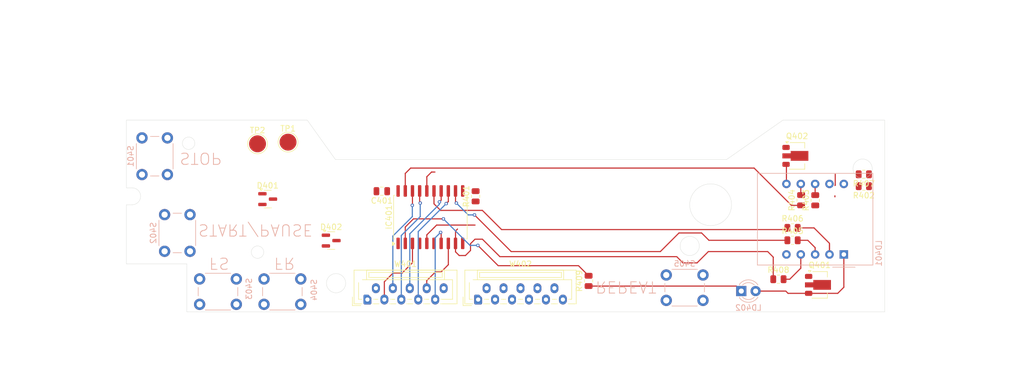
<source format=kicad_pcb>
(kicad_pcb (version 20240108) (generator "pcbnew") (generator_version "8.0")
  (title_block (title "FRONT PWB") (date "2024-04-28") (rev "0.1") (company "CDR-30 Replica board project"))
  (layers (0 "F.Cu" signal) (31 "B.Cu" signal) (34 "B.Paste" user) (35 "F.Paste" user) (36 "B.SilkS" user "B.Silkscreen") (37 "F.SilkS" user "F.Silkscreen") (38 "B.Mask" user) (39 "F.Mask" user) (44 "Edge.Cuts" user))
  (net 0 "")
  (net 1 "GND")
  (net 2 "+5V")
  (net 3 "/TR401_B")
  (net 4 "Net-(D401-K-Pad1)")
  (net 5 "Net-(D401-K-Pad2)")
  (net 6 "Net-(D402-K)")
  (net 7 "Net-(W402-Pin_6)")
  (net 8 "/D0")
  (net 9 "/Q5")
  (net 10 "/D6")
  (net 11 "/D2")
  (net 12 "/Q3")
  (net 13 "/Q4")
  (net 14 "/D1")
  (net 15 "/DISP_LATCH")
  (net 16 "/D3")
  (net 17 "/~{Mr}")
  (net 18 "/D5")
  (net 19 "/D7")
  (net 20 "/Q6")
  (net 21 "/Q2")
  (net 22 "/Q7")
  (net 23 "/Q0")
  (net 24 "/D4")
  (net 25 "/Q1")
  (net 26 "/d")
  (net 27 "/CA_D2")
  (net 28 "/g")
  (net 30 "/e")
  (net 31 "/c")
  (net 32 "/b")
  (net 33 "/CA_D1")
  (net 34 "/f")
  (net 35 "/a")
  (net 36 "/TR402_B")
  (net 37 "Net-(LD402-K)")
  (net 38 "/SPL_MOTOR_BLACK")
  (net 39 "/SPL_MOTOR_RED")
  (net 40 "/STOP")
  (net 41 "/PLAY_PAUSE")
  (net 42 "/FS_RS")
  (net 43 "/REPEAT")
  (footprint "TestPoint:TestPoint_Pad_D3.0mm" (layer "F.Cu") (at 103.2 64.2)
    (property "Reference" "TP2" (at 0 -2.398 0) (layer "F.SilkS"))
    (property "Value" "TestPoint")
    (fp_circle (center 0 0) (end 0 1.75) (stroke (width 0.12)) (fill none) (layer "F.SilkS"))
    (pad "1" smd circle (at 0 0) (size 3 3) (layers "F.Cu" "F.Mask") (net 39 "/SPL_MOTOR_RED"))
  )
  (footprint "Resistor_SMD:R_0805_2012Metric" (layer "F.Cu") (at 197.9 79.1)
    (property "Reference" "R406" (at 0 -1.65 0) (layer "F.SilkS"))
    (property "Value" "120")
    (fp_line (start -0.227064 -0.735) (end 0.227064 -0.735) (stroke (width 0.12)) (layer "F.SilkS"))
    (fp_line (start -0.227064 0.735) (end 0.227064 0.735) (stroke (width 0.12)) (layer "F.SilkS"))
    (pad "1" smd roundrect (at -0.9125 0) (size 1.025 1.4) (layers "F.Cu" "F.Paste" "F.Mask") (roundrect_rratio 0.243902) (net 9 "/Q5"))
    (pad "2" smd roundrect (at 0.9125 0) (size 1.025 1.4) (layers "F.Cu" "F.Paste" "F.Mask") (roundrect_rratio 0.243902) (net 30 "/e"))
  )
  (footprint "TestPoint:TestPoint_Pad_D3.0mm" (layer "F.Cu") (at 108.6 63.9)
    (property "Reference" "TP1" (at 0 -2.398 0) (layer "F.SilkS"))
    (property "Value" "TestPoint")
    (fp_circle (center 0 0) (end 0 1.75) (stroke (width 0.12)) (fill none) (layer "F.SilkS"))
    (pad "1" smd circle (at 0 0) (size 3 3) (layers "F.Cu" "F.Mask") (net 38 "/SPL_MOTOR_BLACK"))
  )
  (footprint "Connector_JST:JST_ZE_B11B-ZESK-1D_1x11_P1.50mm_Vertical" (layer "F.Cu") (at 142.25 91.8)
    (property "Reference" "W402" (at 7.5 -6.3 0) (layer "F.SilkS"))
    (property "Value" "Conn_01x11")
    (fp_line (start -2.66 -0.44) (end -2.66 1.06) (stroke (width 0.12)) (layer "F.SilkS"))
    (fp_line (start -2.66 1.06) (end -1.16 1.06) (stroke (width 0.12)) (layer "F.SilkS"))
    (fp_line (start -2.36 -5.21) (end 17.36 -5.21) (stroke (width 0.12)) (layer "F.SilkS"))
    (fp_line (start -2.36 0.76) (end -2.36 -5.21) (stroke (width 0.12)) (layer "F.SilkS"))
    (fp_line (start -1.56 -3) (end -1.56 -0.04) (stroke (width 0.12)) (layer "F.SilkS"))
    (fp_line (start -1.56 -0.04) (end -1 -0.04) (stroke (width 0.12)) (layer "F.SilkS"))
    (fp_line (start -0.96 0.76) (end -2.36 0.76) (stroke (width 0.12)) (layer "F.SilkS"))
    (fp_line (start -0.14 -5.21) (end -0.14 -3.51) (stroke (width 0.12)) (layer "F.SilkS"))
    (fp_line (start -0.14 -3.51) (end -0.9 -3.51) (stroke (width 0.12)) (layer "F.SilkS"))
    (fp_line (start -0.14 -3.51) (end 15.14 -3.51) (stroke (width 0.12)) (layer "F.SilkS"))
    (fp_line (start 0.26 -4.81) (end 0.26 -3.91) (stroke (width 0.12)) (layer "F.SilkS"))
    (fp_line (start 0.26 -3.91) (end 14.74 -3.91) (stroke (width 0.12)) (layer "F.SilkS"))
    (fp_line (start 0.96 0.76) (end 2.04 0.76) (stroke (width 0.12)) (layer "F.SilkS"))
    (fp_line (start 1.135 -0.04) (end 1.865 -0.04) (stroke (width 0.12)) (layer "F.SilkS"))
    (fp_line (start 3.96 0.76) (end 5.04 0.76) (stroke (width 0.12)) (layer "F.SilkS"))
    (fp_line (start 4.135 -0.04) (end 4.865 -0.04) (stroke (width 0.12)) (layer "F.SilkS"))
    (fp_line (start 6.96 0.76) (end 8.04 0.76) (stroke (width 0.12)) (layer "F.SilkS"))
    (fp_line (start 7.135 -0.04) (end 7.865 -0.04) (stroke (width 0.12)) (layer "F.SilkS"))
    (fp_line (start 9.96 0.76) (end 11.04 0.76) (stroke (width 0.12)) (layer "F.SilkS"))
    (fp_line (start 10.135 -0.04) (end 10.865 -0.04) (stroke (width 0.12)) (layer "F.SilkS"))
    (fp_line (start 12.96 0.76) (end 14.04 0.76) (stroke (width 0.12)) (layer "F.SilkS"))
    (fp_line (start 13.135 -0.04) (end 13.865 -0.04) (stroke (width 0.12)) (layer "F.SilkS"))
    (fp_line (start 14.74 -4.81) (end 0.26 -4.81) (stroke (width 0.12)) (layer "F.SilkS"))
    (fp_line (start 14.74 -3.91) (end 14.74 -4.81) (stroke (width 0.12)) (layer "F.SilkS"))
    (fp_line (start 15.14 -5.21) (end -0.14 -5.21) (stroke (width 0.12)) (layer "F.SilkS"))
    (fp_line (start 15.14 -3.51) (end 15.14 -5.21) (stroke (width 0.12)) (layer "F.SilkS"))
    (fp_line (start 15.14 -3.51) (end 16.56 -3.51) (stroke (width 0.12)) (layer "F.SilkS"))
    (fp_line (start 16.56 -3.51) (end 16.56 -0.04) (stroke (width 0.12)) (layer "F.SilkS"))
    (fp_line (start 16.56 -0.04) (end 16 -0.04) (stroke (width 0.12)) (layer "F.SilkS"))
    (fp_line (start 17.36 -5.21) (end 17.36 0.76) (stroke (width 0.12)) (layer "F.SilkS"))
    (fp_line (start 17.36 0.76) (end 15.96 0.76) (stroke (width 0.12)) (layer "F.SilkS"))
    (pad "" np_thru_hole circle (at -1.65 -3.8) (size 0.85 0.85) (drill 0.85) (layers "*.Cu" "*.Mask"))
    (pad "1" thru_hole custom (at 0 0) (size 1.117157 1.117157) (drill 0.75) (layers "*.Cu" "*.Mask") (net 38 "/SPL_MOTOR_BLACK") (options (clearance outline) (anchor circle)) (primitives (gr_poly (pts (xy 0.45 -0.225) (xy 0.45 0.625) (xy -0.45 0.625) (xy -0.45 -0.625) (xy 0.05 -0.625)) (width 0.5) (fill yes))))
    (pad "2" thru_hole oval (at 1.5 -2) (size 1.4 1.75) (drill 0.75) (layers "*.Cu" "*.Mask") (net 39 "/SPL_MOTOR_RED"))
    (pad "3" thru_hole oval (at 3 0) (size 1.4 1.75) (drill 0.75) (layers "*.Cu" "*.Mask") (net 17 "/~{Mr}"))
    (pad "4" thru_hole oval (at 4.5 -2) (size 1.4 1.75) (drill 0.75) (layers "*.Cu" "*.Mask") (net 3 "/TR401_B"))
    (pad "5" thru_hole oval (at 6 0) (size 1.4 1.75) (drill 0.75) (layers "*.Cu" "*.Mask") (net 36 "/TR402_B"))
    (pad "6" thru_hole oval (at 7.5 -2) (size 1.4 1.75) (drill 0.75) (layers "*.Cu" "*.Mask") (net 7 "Net-(W402-Pin_6)"))
    (pad "7" thru_hole oval (at 9 0) (size 1.4 1.75) (drill 0.75) (layers "*.Cu" "*.Mask") (net 15 "/DISP_LATCH"))
    (pad "8" thru_hole oval (at 10.5 -2) (size 1.4 1.75) (drill 0.75) (layers "*.Cu" "*.Mask") (net 41 "/PLAY_PAUSE"))
    (pad "9" thru_hole oval (at 12 0) (size 1.4 1.75) (drill 0.75) (layers "*.Cu" "*.Mask") (net 42 "/FS_RS"))
    (pad "10" thru_hole oval (at 13.5 -2) (size 1.4 1.75) (drill 0.75) (layers "*.Cu" "*.Mask") (net 43 "/REPEAT"))
    (pad "11" thru_hole oval (at 15 0) (size 1.4 1.75) (drill 0.75) (layers "*.Cu" "*.Mask") (net 40 "/STOP"))
  )
  (footprint "Package_TO_SOT_SMD:SOT-89-3" (layer "F.Cu") (at 198.7 66.3375)
    (property "Reference" "Q402" (at 0 -3.5 0) (layer "F.SilkS"))
    (property "Value" "2SD1664")
    (fp_line (start -1.22 -2.36) (end 1.36 -2.36) (stroke (width 0.12)) (layer "F.SilkS"))
    (fp_line (start 1.36 -1.38) (end 1.36 -2.36) (stroke (width 0.12)) (layer "F.SilkS"))
    (fp_line (start 1.36 1.38) (end 1.36 2.36) (stroke (width 0.12)) (layer "F.SilkS"))
    (fp_line (start 1.36 2.36) (end -1.36 2.36) (stroke (width 0.12)) (layer "F.SilkS"))
    (fp_poly (pts (xy -1.77 -2.21) (xy -2.01 -2.54) (xy -1.53 -2.54) (xy -1.77 -2.21)) (stroke (width 0.12)) (fill solid) (layer "F.SilkS"))
    (pad "1" smd roundrect (at -1.95 -1.5) (size 1.3 0.9) (layers "F.Cu" "F.Paste" "F.Mask") (net 36 "/TR402_B"))
    (pad "2" smd custom (at -1.8625 0) (size 1.475 0.9) (layers "F.Cu" "F.Paste" "F.Mask") (net 2 "+5V") (options (clearance outline) (anchor rect)) (primitives (gr_poly (pts (xy 3.8625 0.8665) (xy 0.7375 0.8665) (xy 0.7375 -0.8665) (xy 3.8625 -0.8665)) (width 0) (fill yes))))
    (pad "3" smd roundrect (at -1.95 1.5) (size 1.3 0.9) (layers "F.Cu" "F.Paste" "F.Mask") (net 27 "/CA_D2"))
  )
  (footprint "Package_TO_SOT_SMD:SOT-89-3" (layer "F.Cu") (at 202.7 89.2)
    (property "Reference" "Q401" (at 0 -3.5 0) (layer "F.SilkS"))
    (property "Value" "2SD1664")
    (fp_line (start -1.22 -2.36) (end 1.36 -2.36) (stroke (width 0.12)) (layer "F.SilkS"))
    (fp_line (start 1.36 -1.38) (end 1.36 -2.36) (stroke (width 0.12)) (layer "F.SilkS"))
    (fp_line (start 1.36 1.38) (end 1.36 2.36) (stroke (width 0.12)) (layer "F.SilkS"))
    (fp_line (start 1.36 2.36) (end -1.36 2.36) (stroke (width 0.12)) (layer "F.SilkS"))
    (fp_poly (pts (xy -1.77 -2.21) (xy -2.01 -2.54) (xy -1.53 -2.54) (xy -1.77 -2.21)) (stroke (width 0.12)) (fill solid) (layer "F.SilkS"))
    (pad "1" smd roundrect (at -1.95 -1.5) (size 1.3 0.9) (layers "F.Cu" "F.Paste" "F.Mask") (net 3 "/TR401_B"))
    (pad "2" smd custom (at -1.8625 0) (size 1.475 0.9) (layers "F.Cu" "F.Paste" "F.Mask") (net 2 "+5V") (options (clearance outline) (anchor rect)) (primitives (gr_poly (pts (xy 3.8625 0.8665) (xy 0.7375 0.8665) (xy 0.7375 -0.8665) (xy 3.8625 -0.8665)) (width 0) (fill yes))))
    (pad "3" smd roundrect (at -1.95 1.5) (size 1.3 0.9) (layers "F.Cu" "F.Paste" "F.Mask") (net 33 "/CA_D1"))
  )
  (footprint "Resistor_SMD:R_0805_2012Metric" (layer "F.Cu") (at 195.4 88.2)
    (property "Reference" "R408" (at 0 -1.65 0) (layer "F.SilkS"))
    (property "Value" "120")
    (fp_line (start -0.227064 -0.735) (end 0.227064 -0.735) (stroke (width 0.12)) (layer "F.SilkS"))
    (fp_line (start -0.227064 0.735) (end 0.227064 0.735) (stroke (width 0.12)) (layer "F.SilkS"))
    (pad "1" smd roundrect (at -0.9125 0) (size 1.025 1.4) (layers "F.Cu" "F.Paste" "F.Mask") (roundrect_rratio 0.243902) (net 12 "/Q3"))
    (pad "2" smd roundrect (at 0.9125 0) (size 1.025 1.4) (layers "F.Cu" "F.Paste" "F.Mask") (roundrect_rratio 0.243902) (net 31 "/c"))
  )
  (footprint "Package_TO_SOT_SMD:SOT-23" (layer "F.Cu") (at 116.2375 81.35)
    (property "Reference" "D402" (at 0 -2.4 0) (layer "F.SilkS"))
    (property "Value" "D_Dual_CommonCathode_AAK")
    (fp_line (start 0 -1.56) (end -0.65 -1.56) (stroke (width 0.12)) (layer "F.SilkS"))
    (fp_line (start 0 -1.56) (end 0.65 -1.56) (stroke (width 0.12)) (layer "F.SilkS"))
    (fp_line (start 0 1.56) (end -0.65 1.56) (stroke (width 0.12)) (layer "F.SilkS"))
    (fp_line (start 0 1.56) (end 0.65 1.56) (stroke (width 0.12)) (layer "F.SilkS"))
    (fp_poly (pts (xy -1.1625 -1.51) (xy -1.4025 -1.84) (xy -0.9225 -1.84) (xy -1.1625 -1.51)) (stroke (width 0.12)) (fill solid) (layer "F.SilkS"))
    (pad "1" smd roundrect (at -0.9375 -0.95) (size 1.475 0.6) (layers "F.Cu" "F.Paste" "F.Mask") (net 7 "Net-(W402-Pin_6)"))
    (pad "2" smd roundrect (at -0.9375 0.95) (size 1.475 0.6) (layers "F.Cu" "F.Paste" "F.Mask") (net 7 "Net-(W402-Pin_6)"))
    (pad "3" smd roundrect (at 0.9375 0) (size 1.475 0.6) (layers "F.Cu" "F.Paste" "F.Mask") (net 6 "Net-(D402-K)"))
  )
  (footprint "Resistor_SMD:R_0805_2012Metric" (layer "F.Cu") (at 141.8 73.5 90)
    (property "Reference" "R401" (at 0 -1.65 -90) (layer "F.SilkS"))
    (property "Value" "1k")
    (fp_line (start -0.227064 -0.735) (end 0.227064 -0.735) (stroke (width 0.12)) (layer "F.SilkS"))
    (fp_line (start -0.227064 0.735) (end 0.227064 0.735) (stroke (width 0.12)) (layer "F.SilkS"))
    (pad "1" smd roundrect (at -0.9125 0 90) (size 1.025 1.4) (layers "F.Cu" "F.Paste" "F.Mask") (roundrect_rratio 0.243902) (net 1 "GND"))
    (pad "2" smd roundrect (at 0.9125 0 90) (size 1.025 1.4) (layers "F.Cu" "F.Paste" "F.Mask") (roundrect_rratio 0.243902) (net 15 "/DISP_LATCH"))
  )
  (footprint "Resistor_SMD:R_0805_2012Metric" (layer "F.Cu") (at 201.92 74.2075 90)
    (property "Reference" "R403" (at 0 -1.65 -90) (layer "F.SilkS"))
    (property "Value" "120")
    (fp_line (start -0.227064 -0.735) (end 0.227064 -0.735) (stroke (width 0.12)) (layer "F.SilkS"))
    (fp_line (start -0.227064 0.735) (end 0.227064 0.735) (stroke (width 0.12)) (layer "F.SilkS"))
    (pad "1" smd roundrect (at -0.9125 0 90) (size 1.025 1.4) (layers "F.Cu" "F.Paste" "F.Mask") (roundrect_rratio 0.243902) (net 21 "/Q2"))
    (pad "2" smd roundrect (at 0.9125 0 90) (size 1.025 1.4) (layers "F.Cu" "F.Paste" "F.Mask") (roundrect_rratio 0.243902) (net 32 "/b"))
  )
  (footprint "Capacitor_SMD:C_0805_2012Metric" (layer "F.Cu") (at 125.2 72.6 180)
    (property "Reference" "C401" (at 0 -1.68 180) (layer "F.SilkS"))
    (property "Value" "100nF")
    (fp_line (start -0.261252 0.735) (end 0.261252 0.735) (stroke (width 0.12)) (layer "F.SilkS"))
    (fp_line (start -0.261252 -0.735) (end 0.261252 -0.735) (stroke (width 0.12)) (layer "F.SilkS"))
    (pad "1" smd roundrect (at -0.95 0 180) (size 1 1.45) (layers "F.Cu" "F.Paste" "F.Mask") (net 2 "+5V"))
    (pad "2" smd roundrect (at 0.95 0 180) (size 1 1.45) (layers "F.Cu" "F.Paste" "F.Mask") (net 1 "GND"))
  )
  (footprint "Resistor_SMD:R_0805_2012Metric" (layer "F.Cu") (at 161.8 88.5 90)
    (property "Reference" "R409" (at 0 -1.65 -90) (layer "F.SilkS"))
    (property "Value" "100")
    (fp_line (start -0.227064 -0.735) (end 0.227064 -0.735) (stroke (width 0.12)) (layer "F.SilkS"))
    (fp_line (start -0.227064 0.735) (end 0.227064 0.735) (stroke (width 0.12)) (layer "F.SilkS"))
    (pad "1" smd roundrect (at -0.9125 0 90) (size 1.025 1.4) (layers "F.Cu" "F.Paste" "F.Mask") (roundrect_rratio 0.243902) (net 37 "Net-(LD402-K)"))
    (pad "2" smd roundrect (at 0.9125 0 90) (size 1.025 1.4) (layers "F.Cu" "F.Paste" "F.Mask") (roundrect_rratio 0.243902) (net 23 "/Q0"))
  )
  (footprint "Resistor_SMD:R_0805_2012Metric" (layer "F.Cu") (at 210.52 71.7075 180)
    (property "Reference" "R402" (at 0 -1.65 180) (layer "F.SilkS"))
    (property "Value" "120")
    (fp_line (start -0.227064 0.735) (end 0.227064 0.735) (stroke (width 0.12)) (layer "F.SilkS"))
    (fp_line (start -0.227064 -0.735) (end 0.227064 -0.735) (stroke (width 0.12)) (layer "F.SilkS"))
    (pad "1" smd roundrect (at -0.9125 0 180) (size 1.025 1.4) (layers "F.Cu" "F.Paste" "F.Mask") (roundrect_rratio 0.243902) (net 25 "/Q1"))
    (pad "2" smd roundrect (at 0.9125 0 180) (size 1.025 1.4) (layers "F.Cu" "F.Paste" "F.Mask") (roundrect_rratio 0.243902) (net 35 "/a"))
  )
  (footprint "Package_SO:SOIC-20W_7.5x12.8mm_P1.27mm" (layer "F.Cu") (at 133.8 77.2 90)
    (property "Reference" "IC401" (at 0 -7.35 -90) (layer "F.SilkS"))
    (property "Value" "74AHC273")
    (fp_line (start 3.86 -6.51) (end 3.86 -6.275) (stroke (width 0.12)) (layer "F.SilkS"))
    (fp_line (start 0 -6.51) (end 3.86 -6.51) (stroke (width 0.12)) (layer "F.SilkS"))
    (fp_line (start 0 -6.51) (end -3.86 -6.51) (stroke (width 0.12)) (layer "F.SilkS"))
    (fp_line (start -3.86 -6.51) (end -3.86 -6.275) (stroke (width 0.12)) (layer "F.SilkS"))
    (fp_line (start 3.86 6.51) (end 3.86 6.275) (stroke (width 0.12)) (layer "F.SilkS"))
    (fp_line (start 0 6.51) (end 3.86 6.51) (stroke (width 0.12)) (layer "F.SilkS"))
    (fp_line (start 0 6.51) (end -3.86 6.51) (stroke (width 0.12)) (layer "F.SilkS"))
    (fp_line (start -3.86 6.51) (end -3.86 6.275) (stroke (width 0.12)) (layer "F.SilkS"))
    (fp_poly (pts (xy -4.7125 -6.275) (xy -5.0525 -6.745) (xy -4.3725 -6.745) (xy -4.7125 -6.275)) (stroke (width 0.12)) (fill solid) (layer "F.SilkS"))
    (pad "1" smd roundrect (at -4.65 -5.715 90) (size 2.05 0.6) (layers "F.Cu" "F.Paste" "F.Mask") (net 17 "/~{Mr}"))
    (pad "2" smd roundrect (at -4.65 -4.445 90) (size 2.05 0.6) (layers "F.Cu" "F.Paste" "F.Mask") (net 23 "/Q0"))
    (pad "3" smd roundrect (at -4.65 -3.175 90) (size 2.05 0.6) (layers "F.Cu" "F.Paste" "F.Mask") (net 19 "/D7"))
    (pad "4" smd roundrect (at -4.65 -1.905 90) (size 2.05 0.6) (layers "F.Cu" "F.Paste" "F.Mask") (net 8 "/D0"))
    (pad "5" smd roundrect (at -4.65 -0.635 90) (size 2.05 0.6) (layers "F.Cu" "F.Paste" "F.Mask") (net 25 "/Q1"))
    (pad "6" smd roundrect (at -4.65 0.635 90) (size 2.05 0.6) (layers "F.Cu" "F.Paste" "F.Mask") (net 21 "/Q2"))
    (pad "7" smd roundrect (at -4.65 1.905 90) (size 2.05 0.6) (layers "F.Cu" "F.Paste" "F.Mask") (net 14 "/D1"))
    (pad "8" smd roundrect (at -4.65 3.175 90) (size 2.05 0.6) (layers "F.Cu" "F.Paste" "F.Mask") (net 11 "/D2"))
    (pad "9" smd roundrect (at -4.65 4.445 90) (size 2.05 0.6) (layers "F.Cu" "F.Paste" "F.Mask") (net 12 "/Q3"))
    (pad "10" smd roundrect (at -4.65 5.715 90) (size 2.05 0.6) (layers "F.Cu" "F.Paste" "F.Mask") (net 1 "GND"))
    (pad "11" smd roundrect (at 4.65 5.715 90) (size 2.05 0.6) (layers "F.Cu" "F.Paste" "F.Mask") (net 15 "/DISP_LATCH"))
    (pad "12" smd roundrect (at 4.65 4.445 90) (size 2.05 0.6) (layers "F.Cu" "F.Paste" "F.Mask") (net 13 "/Q4"))
    (pad "13" smd roundrect (at 4.65 3.175 90) (size 2.05 0.6) (layers "F.Cu" "F.Paste" "F.Mask") (net 16 "/D3"))
    (pad "14" smd roundrect (at 4.65 1.905 90) (size 2.05 0.6) (layers "F.Cu" "F.Paste" "F.Mask") (net 24 "/D4"))
    (pad "15" smd roundrect (at 4.65 0.635 90) (size 2.05 0.6) (layers "F.Cu" "F.Paste" "F.Mask") (net 9 "/Q5"))
    (pad "16" smd roundrect (at 4.65 -0.635 90) (size 2.05 0.6) (layers "F.Cu" "F.Paste" "F.Mask") (net 20 "/Q6"))
    (pad "17" smd roundrect (at 4.65 -1.905 90) (size 2.05 0.6) (layers "F.Cu" "F.Paste" "F.Mask") (net 18 "/D5"))
    (pad "18" smd roundrect (at 4.65 -3.175 90) (size 2.05 0.6) (layers "F.Cu" "F.Paste" "F.Mask") (net 10 "/D6"))
    (pad "19" smd roundrect (at 4.65 -4.445 90) (size 2.05 0.6) (layers "F.Cu" "F.Paste" "F.Mask") (net 22 "/Q7"))
    (pad "20" smd roundrect (at 4.65 -5.715 90) (size 2.05 0.6) (layers "F.Cu" "F.Paste" "F.Mask") (net 2 "+5V"))
  )
  (footprint "Resistor_SMD:R_0805_2012Metric" (layer "F.Cu") (at 197.9 81.3)
    (property "Reference" "R405" (at 0 -1.65 0) (layer "F.SilkS"))
    (property "Value" "120")
    (fp_line (start -0.227064 -0.735) (end 0.227064 -0.735) (stroke (width 0.12)) (layer "F.SilkS"))
    (fp_line (start -0.227064 0.735) (end 0.227064 0.735) (stroke (width 0.12)) (layer "F.SilkS"))
    (pad "1" smd roundrect (at -0.9125 0) (size 1.025 1.4) (layers "F.Cu" "F.Paste" "F.Mask") (roundrect_rratio 0.243902) (net 13 "/Q4"))
    (pad "2" smd roundrect (at 0.9125 0) (size 1.025 1.4) (layers "F.Cu" "F.Paste" "F.Mask") (roundrect_rratio 0.243902) (net 26 "/d"))
  )
  (footprint "Package_TO_SOT_SMD:SOT-23" (layer "F.Cu") (at 105 74)
    (property "Reference" "D401" (at 0 -2.4 0) (layer "F.SilkS"))
    (property "Value" "D_Zener_Dual_CommonAnode_KKA")
    (fp_line (start 0 -1.56) (end -0.65 -1.56) (stroke (width 0.12)) (layer "F.SilkS"))
    (fp_line (start 0 -1.56) (end 0.65 -1.56) (stroke (width 0.12)) (layer "F.SilkS"))
    (fp_line (start 0 1.56) (end -0.65 1.56) (stroke (width 0.12)) (layer "F.SilkS"))
    (fp_line (start 0 1.56) (end 0.65 1.56) (stroke (width 0.12)) (layer "F.SilkS"))
    (fp_poly (pts (xy -1.1625 -1.51) (xy -1.4025 -1.84) (xy -0.9225 -1.84) (xy -1.1625 -1.51)) (stroke (width 0.12)) (fill solid) (layer "F.SilkS"))
    (pad "1" smd roundrect (at -0.9375 -0.95) (size 1.475 0.6) (layers "F.Cu" "F.Paste" "F.Mask") (net 4 "Net-(D401-K-Pad1)"))
    (pad "2" smd roundrect (at -0.9375 0.95) (size 1.475 0.6) (layers "F.Cu" "F.Paste" "F.Mask") (net 5 "Net-(D401-K-Pad2)"))
    (pad "3" smd roundrect (at 0.9375 0) (size 1.475 0.6) (layers "F.Cu" "F.Paste" "F.Mask") (net 3 "/TR401_B"))
  )
  (footprint "Resistor_SMD:R_0805_2012Metric" (layer "F.Cu") (at 210.52 69.6075 180)
    (property "Reference" "R407" (at 0 -1.65 180) (layer "F.SilkS"))
    (property "Value" "120")
    (fp_line (start -0.227064 0.735) (end 0.227064 0.735) (stroke (width 0.12)) (layer "F.SilkS"))
    (fp_line (start -0.227064 -0.735) (end 0.227064 -0.735) (stroke (width 0.12)) (layer "F.SilkS"))
    (pad "1" smd roundrect (at -0.9125 0 180) (size 1.025 1.4) (layers "F.Cu" "F.Paste" "F.Mask") (roundrect_rratio 0.243902) (net 20 "/Q6"))
    (pad "2" smd roundrect (at 0.9125 0 180) (size 1.025 1.4) (layers "F.Cu" "F.Paste" "F.Mask") (roundrect_rratio 0.243902) (net 34 "/f"))
  )
  (footprint "Resistor_SMD:R_0805_2012Metric" (layer "F.Cu") (at 199.42 74.195 90)
    (property "Reference" "R404" (at 0 -1.65 -90) (layer "F.SilkS"))
    (property "Value" "120")
    (fp_line (start -0.227064 -0.735) (end 0.227064 -0.735) (stroke (width 0.12)) (layer "F.SilkS"))
    (fp_line (start -0.227064 0.735) (end 0.227064 0.735) (stroke (width 0.12)) (layer "F.SilkS"))
    (pad "1" smd roundrect (at -0.9125 0 90) (size 1.025 1.4) (layers "F.Cu" "F.Paste" "F.Mask") (roundrect_rratio 0.243902) (net 22 "/Q7"))
    (pad "2" smd roundrect (at 0.9125 0 90) (size 1.025 1.4) (layers "F.Cu" "F.Paste" "F.Mask") (roundrect_rratio 0.243902) (net 28 "/g"))
  )
  (footprint "Connector_JST:JST_ZE_B10B-ZESK-1D_1x10_P1.50mm_Vertical" (layer "F.Cu") (at 122.65 91.8)
    (property "Reference" "W401" (at 6.75 -6.3 0) (layer "F.SilkS"))
    (property "Value" "Conn_01x10")
    (fp_line (start -2.66 -0.44) (end -2.66 1.06) (stroke (width 0.12)) (layer "F.SilkS"))
    (fp_line (start -2.66 1.06) (end -1.16 1.06) (stroke (width 0.12)) (layer "F.SilkS"))
    (fp_line (start -2.36 -5.21) (end 15.86 -5.21) (stroke (width 0.12)) (layer "F.SilkS"))
    (fp_line (start -2.36 0.76) (end -2.36 -5.21) (stroke (width 0.12)) (layer "F.SilkS"))
    (fp_line (start -1.56 -3) (end -1.56 -0.04) (stroke (width 0.12)) (layer "F.SilkS"))
    (fp_line (start -1.56 -0.04) (end -1 -0.04) (stroke (width 0.12)) (layer "F.SilkS"))
    (fp_line (start -0.96 0.76) (end -2.36 0.76) (stroke (width 0.12)) (layer "F.SilkS"))
    (fp_line (start -0.14 -5.21) (end -0.14 -3.51) (stroke (width 0.12)) (layer "F.SilkS"))
    (fp_line (start -0.14 -3.51) (end -0.9 -3.51) (stroke (width 0.12)) (layer "F.SilkS"))
    (fp_line (start -0.14 -3.51) (end 13.64 -3.51) (stroke (width 0.12)) (layer "F.SilkS"))
    (fp_line (start 0.26 -4.81) (end 0.26 -3.91) (stroke (width 0.12)) (layer "F.SilkS"))
    (fp_line (start 0.26 -3.91) (end 13.24 -3.91) (stroke (width 0.12)) (layer "F.SilkS"))
    (fp_line (start 0.96 0.76) (end 2.04 0.76) (stroke (width 0.12)) (layer "F.SilkS"))
    (fp_line (start 1.135 -0.04) (end 1.865 -0.04) (stroke (width 0.12)) (layer "F.SilkS"))
    (fp_line (start 3.96 0.76) (end 5.04 0.76) (stroke (width 0.12)) (layer "F.SilkS"))
    (fp_line (start 4.135 -0.04) (end 4.865 -0.04) (stroke (width 0.12)) (layer "F.SilkS"))
    (fp_line (start 6.96 0.76) (end 8.04 0.76) (stroke (width 0.12)) (layer "F.SilkS"))
    (fp_line (start 7.135 -0.04) (end 7.865 -0.04) (stroke (width 0.12)) (layer "F.SilkS"))
    (fp_line (start 9.96 0.76) (end 11.04 0.76) (stroke (width 0.12)) (layer "F.SilkS"))
    (fp_line (start 10.135 -0.04) (end 10.865 -0.04) (stroke (width 0.12)) (layer "F.SilkS"))
    (fp_line (start 13.24 -4.81) (end 0.26 -4.81) (stroke (width 0.12)) (layer "F.SilkS"))
    (fp_line (start 13.24 -3.91) (end 13.24 -4.81) (stroke (width 0.12)) (layer "F.SilkS"))
    (fp_line (start 13.64 -5.21) (end -0.14 -5.21) (stroke (width 0.12)) (layer "F.SilkS"))
    (fp_line (start 13.64 -3.51) (end 13.64 -5.21) (stroke (width 0.12)) (layer "F.SilkS"))
    (fp_line (start 13.64 -3.51) (end 15.06 -3.51) (stroke (width 0.12)) (layer "F.SilkS"))
    (fp_line (start 15.06 -3.51) (end 15.06 -0.04) (stroke (width 0.12)) (layer "F.SilkS"))
    (fp_line (start 15.06 -0.04) (end 13 -0.04) (stroke (width 0.12)) (layer "F.SilkS"))
    (fp_line (start 15.86 -5.21) (end 15.86 0.76) (stroke (width 0.12)) (layer "F.SilkS"))
    (fp_line (start 15.86 0.76) (end 12.96 0.76) (stroke (width 0.12)) (layer "F.SilkS"))
    (pad "" np_thru_hole circle (at -1.65 -3.8) (size 0.85 0.85) (drill 0.85) (layers "*.Cu" "*.Mask"))
    (pad "1" thru_hole custom (at 0 0) (size 1.117157 1.117157) (drill 0.75) (layers "*.Cu" "*.Mask") (net 2 "+5V") (options (clearance outline) (anchor circle)) (primitives (gr_poly (pts (xy 0.45 -0.225) (xy 0.45 0.625) (xy -0.45 0.625) (xy -0.45 -0.625) (xy 0.05 -0.625)) (width 0.5) (fill yes))))
    (pad "2" thru_hole oval (at 1.5 -2) (size 1.4 1.75) (drill 0.75) (layers "*.Cu" "*.Mask") (net 1 "GND"))
    (pad "3" thru_hole oval (at 3 0) (size 1.4 1.75) (drill 0.75) (layers "*.Cu" "*.Mask") (net 19 "/D7"))
    (pad "4" thru_hole oval (at 4.5 -2) (size 1.4 1.75) (drill 0.75) (layers "*.Cu" "*.Mask") (net 10 "/D6"))
    (pad "5" thru_hole oval (at 6 0) (size 1.4 1.75) (drill 0.75) (layers "*.Cu" "*.Mask") (net 18 "/D5"))
    (pad "6" thru_hole oval (at 7.5 -2) (size 1.4 1.75) (drill 0.75) (layers "*.Cu" "*.Mask") (net 24 "/D4"))
    (pad "7" thru_hole oval (at 9 0) (size 1.4 1.75) (drill 0.75) (layers "*.Cu" "*.Mask") (net 16 "/D3"))
    (pad "8" thru_hole oval (at 10.5 -2) (size 1.4 1.75) (drill 0.75) (layers "*.Cu" "*.Mask") (net 11 "/D2"))
    (pad "9" thru_hole oval (at 12 0) (size 1.4 1.75) (drill 0.75) (layers "*.Cu" "*.Mask") (net 14 "/D1"))
    (pad "10" thru_hole oval (at 13.5 -2) (size 1.4 1.75) (drill 0.75) (layers "*.Cu" "*.Mask") (net 8 "/D0"))
  )
  (footprint "Button_Switch_THT:SW_PUSH_6mm_H4.3mm" (layer "B.Cu") (at 99.45 88.15 180)
    (property "Reference" "S403" (at -2.25 -1.75 -90) (layer "B.SilkS") (effects (justify mirror)))
    (property "Value" "SW_Push")
    (fp_line (start 6.75 -1.5) (end 6.75 -3) (stroke (width 0.12)) (layer "B.SilkS"))
    (fp_line (start 5.5 -5.5) (end 1 -5.5) (stroke (width 0.12)) (layer "B.SilkS"))
    (fp_line (start 1 1) (end 5.5 1) (stroke (width 0.12)) (layer "B.SilkS"))
    (fp_line (start -0.25 -3) (end -0.25 -1.5) (stroke (width 0.12)) (layer "B.SilkS"))
    (pad "1" thru_hole circle (at 0 0 90) (size 2 2) (drill 1.1) (layers "*.Cu" "*.Mask") (net 4 "Net-(D401-K-Pad1)"))
    (pad "1" thru_hole circle (at 6.5 0 90) (size 2 2) (drill 1.1) (layers "*.Cu" "*.Mask") (net 4 "Net-(D401-K-Pad1)"))
    (pad "2" thru_hole circle (at 0 -4.5 90) (size 2 2) (drill 1.1) (layers "*.Cu" "*.Mask") (net 42 "/FS_RS"))
    (pad "2" thru_hole circle (at 6.5 -4.5 90) (size 2 2) (drill 1.1) (layers "*.Cu" "*.Mask") (net 42 "/FS_RS"))
  )
  (footprint "LED_THT:LED_D3.0mm" (layer "B.Cu") (at 188.825 90.3)
    (property "Reference" "LD402" (at 1.27 2.96 0) (layer "B.SilkS") (effects (justify mirror)))
    (property "Value" "LED")
    (fp_line (start -0.29 -1.236) (end -0.29 -1.08) (stroke (width 0.12)) (layer "B.SilkS"))
    (fp_line (start -0.29 1.08) (end -0.29 1.236) (stroke (width 0.12)) (layer "B.SilkS"))
    (fp_arc (start -0.29 -1.235516) (mid 1.366487 -1.987659) (end 2.942335 -1.078608) (stroke (width 0.12)) (layer "B.SilkS"))
    (fp_arc (start 0.229039 -1.08) (mid 1.270117 -1.5) (end 2.31113 -1.079837) (stroke (width 0.12)) (layer "B.SilkS"))
    (fp_arc (start 2.31113 1.079837) (mid 1.270117 1.5) (end 0.229039 1.08) (stroke (width 0.12)) (layer "B.SilkS"))
    (fp_arc (start 2.942335 1.078608) (mid 1.366487 1.987659) (end -0.29 1.235516) (stroke (width 0.12)) (layer "B.SilkS"))
    (pad "1" thru_hole rect (at 0 0) (size 1.8 1.8) (drill 0.9) (layers "*.Cu" "*.Mask") (net 37 "Net-(LD402-K)"))
    (pad "2" thru_hole circle (at 2.54 0) (size 1.8 1.8) (drill 0.9) (layers "*.Cu" "*.Mask") (net 33 "/CA_D1"))
  )
  (footprint "Button_Switch_THT:SW_PUSH_6mm_H4.3mm" (layer "B.Cu") (at 110.85 88.15 180)
    (property "Reference" "S404" (at -2.35 -1.95 -90) (layer "B.SilkS") (effects (justify mirror)))
    (property "Value" "SW_Push")
    (fp_line (start 6.75 -1.5) (end 6.75 -3) (stroke (width 0.12)) (layer "B.SilkS"))
    (fp_line (start 5.5 -5.5) (end 1 -5.5) (stroke (width 0.12)) (layer "B.SilkS"))
    (fp_line (start 1 1) (end 5.5 1) (stroke (width 0.12)) (layer "B.SilkS"))
    (fp_line (start -0.25 -3) (end -0.25 -1.5) (stroke (width 0.12)) (layer "B.SilkS"))
    (pad "1" thru_hole circle (at 0 0 90) (size 2 2) (drill 1.1) (layers "*.Cu" "*.Mask") (net 6 "Net-(D402-K)"))
    (pad "1" thru_hole circle (at 6.5 0 90) (size 2 2) (drill 1.1) (layers "*.Cu" "*.Mask") (net 6 "Net-(D402-K)"))
    (pad "2" thru_hole circle (at 0 -4.5 90) (size 2 2) (drill 1.1) (layers "*.Cu" "*.Mask") (net 42 "/FS_RS"))
    (pad "2" thru_hole circle (at 6.5 -4.5 90) (size 2 2) (drill 1.1) (layers "*.Cu" "*.Mask") (net 42 "/FS_RS"))
  )
  (footprint "Button_Switch_THT:SW_PUSH_6mm_H4.3mm" (layer "B.Cu") (at 182.05 87.45 180)
    (property "Reference" "S405" (at 3.25 2 180) (layer "B.SilkS") (effects (justify mirror)))
    (property "Value" "SW_Push")
    (fp_line (start 6.75 -1.5) (end 6.75 -3) (stroke (width 0.12)) (layer "B.SilkS"))
    (fp_line (start 5.5 -5.5) (end 1 -5.5) (stroke (width 0.12)) (layer "B.SilkS"))
    (fp_line (start 1 1) (end 5.5 1) (stroke (width 0.12)) (layer "B.SilkS"))
    (fp_line (start -0.25 -3) (end -0.25 -1.5) (stroke (width 0.12)) (layer "B.SilkS"))
    (pad "1" thru_hole circle (at 0 0 90) (size 2 2) (drill 1.1) (layers "*.Cu" "*.Mask") (net 5 "Net-(D401-K-Pad2)"))
    (pad "1" thru_hole circle (at 6.5 0 90) (size 2 2) (drill 1.1) (layers "*.Cu" "*.Mask") (net 5 "Net-(D401-K-Pad2)"))
    (pad "2" thru_hole circle (at 0 -4.5 90) (size 2 2) (drill 1.1) (layers "*.Cu" "*.Mask") (net 43 "/REPEAT"))
    (pad "2" thru_hole circle (at 6.5 -4.5 90) (size 2 2) (drill 1.1) (layers "*.Cu" "*.Mask") (net 43 "/REPEAT"))
  )
  (footprint "Button_Switch_THT:SW_PUSH_6mm_H4.3mm" (layer "B.Cu") (at 82.75 63.15 -90)
    (property "Reference" "S401" (at 3.25 2 90) (layer "B.SilkS") (effects (justify mirror)))
    (property "Value" "SW_Push")
    (fp_line (start 1 1) (end 5.5 1) (stroke (width 0.12)) (layer "B.SilkS"))
    (fp_line (start 6.75 -1.5) (end 6.75 -3) (stroke (width 0.12)) (layer "B.SilkS"))
    (fp_line (start -0.25 -3) (end -0.25 -1.5) (stroke (width 0.12)) (layer "B.SilkS"))
    (fp_line (start 5.5 -5.5) (end 1 -5.5) (stroke (width 0.12)) (layer "B.SilkS"))
    (pad "1" thru_hole circle (at 0 0 180) (size 2 2) (drill 1.1) (layers "*.Cu" "*.Mask") (net 40 "/STOP"))
    (pad "1" thru_hole circle (at 6.5 0 180) (size 2 2) (drill 1.1) (layers "*.Cu" "*.Mask") (net 40 "/STOP"))
    (pad "2" thru_hole circle (at 0 -4.5 180) (size 2 2) (drill 1.1) (layers "*.Cu" "*.Mask") (net 4 "Net-(D401-K-Pad1)"))
    (pad "2" thru_hole circle (at 6.5 -4.5 180) (size 2 2) (drill 1.1) (layers "*.Cu" "*.Mask") (net 4 "Net-(D401-K-Pad1)"))
  )
  (footprint "Display_7Segment:ELD_426XXXX" (layer "B.Cu") (at 206.98 83.8075 90)
    (property "Reference" "LD401" (at 0.2 6.2 -90) (layer "B.SilkS") (effects (justify mirror)))
    (property "Value" "LB202VB")
    (fp_line (start 14.37 -15.3) (end 14.37 5.14) (stroke (width 0.12)) (layer "B.SilkS"))
    (fp_line (start -1.87 -15.3) (end 14.37 -15.3) (stroke (width 0.12)) (layer "B.SilkS"))
    (fp_line (start -2.25 -2) (end -2.25 2) (stroke (width 0.12)) (layer "B.SilkS"))
    (fp_line (start 14.37 5.14) (end -1.87 5.14) (stroke (width 0.12)) (layer "B.SilkS"))
    (fp_line (start -1.87 5.14) (end -1.87 -15.3) (stroke (width 0.12)) (layer "B.SilkS"))
    (pad "1" thru_hole rect (at 0 0 90) (size 1.5 1.5) (drill 0.8) (layers "*.Cu" "*.Mask") (net 33 "/CA_D1"))
    (pad "2" thru_hole circle (at 0 -2.54 90) (size 1.5 1.5) (drill 0.8) (layers "*.Cu" "*.Mask") (net 30 "/e"))
    (pad "3" thru_hole circle (at 0 -5.08 90) (size 1.5 1.5) (drill 0.8) (layers "*.Cu" "*.Mask") (net 26 "/d"))
    (pad "4" thru_hole circle (at 0 -7.62 90) (size 1.5 1.5) (drill 0.8) (layers "*.Cu" "*.Mask") (net 31 "/c"))
    (pad "5" thru_hole circle (at 0 -10.16 90) (size 1.5 1.5) (drill 0.8) (layers "*.Cu" "*.Mask"))
    (pad "6" thru_hole circle (at 12.5 -10.16 90) (size 1.5 1.5) (drill 0.8) (layers "*.Cu" "*.Mask") (net 27 "/CA_D2"))
    (pad "7" thru_hole circle (at 12.5 -7.62 90) (size 1.5 1.5) (drill 0.8) (layers "*.Cu" "*.Mask") (net 28 "/g"))
    (pad "8" thru_hole circle (at 12.5 -5.08 90) (size 1.5 1.5) (drill 0.8) (layers "*.Cu" "*.Mask") (net 32 "/b"))
    (pad "9" thru_hole circle (at 12.5 -2.54 90) (size 1.5 1.5) (drill 0.8) (layers "*.Cu" "*.Mask") (net 35 "/a"))
    (pad "10" thru_hole circle (at 12.5 0 90) (size 1.5 1.5) (drill 0.8) (layers "*.Cu" "*.Mask") (net 34 "/f"))
  )
  (footprint "Button_Switch_THT:SW_PUSH_6mm_H4.3mm" (layer "B.Cu") (at 86.75 76.75 -90)
    (property "Reference" "S402" (at 3.25 2 90) (layer "B.SilkS") (effects (justify mirror)))
    (property "Value" "SW_Push")
    (fp_line (start 1 1) (end 5.5 1) (stroke (width 0.12)) (layer "B.SilkS"))
    (fp_line (start 6.75 -1.5) (end 6.75 -3) (stroke (width 0.12)) (layer "B.SilkS"))
    (fp_line (start -0.25 -3) (end -0.25 -1.5) (stroke (width 0.12)) (layer "B.SilkS"))
    (fp_line (start 5.5 -5.5) (end 1 -5.5) (stroke (width 0.12)) (layer "B.SilkS"))
    (pad "1" thru_hole circle (at 0 0 180) (size 2 2) (drill 1.1) (layers "*.Cu" "*.Mask") (net 41 "/PLAY_PAUSE"))
    (pad "1" thru_hole circle (at 6.5 0 180) (size 2 2) (drill 1.1) (layers "*.Cu" "*.Mask") (net 41 "/PLAY_PAUSE"))
    (pad "2" thru_hole circle (at 0 -4.5 180) (size 2 2) (drill 1.1) (layers "*.Cu" "*.Mask") (net 4 "Net-(D401-K-Pad1)"))
    (pad "2" thru_hole circle (at 6.5 -4.5 180) (size 2 2) (drill 1.1) (layers "*.Cu" "*.Mask") (net 4 "Net-(D401-K-Pad1)"))
  )
  (gr_line (start 214.2 60) (end 214.2 94) (stroke (width 0.05)) (layer "Edge.Cuts"))
  (gr_circle (center 117.1 88.9) (end 118.8 88.9) (stroke (width 0.05)) (fill none) (layer "Edge.Cuts"))
  (gr_line (start 80 60) (end 112 60) (stroke (width 0.05)) (layer "Edge.Cuts"))
  (gr_circle (center 183.4 75) (end 187.1 75) (stroke (width 0.05)) (fill none) (layer "Edge.Cuts"))
  (gr_line (start 90.7 85.5) (end 80 85.5) (stroke (width 0.05)) (layer "Edge.Cuts"))
  (gr_line (start 196.2 60) (end 214.2 60) (stroke (width 0.05)) (layer "Edge.Cuts"))
  (gr_arc (start 81 72) (mid 82.5 73.5) (end 81 75) (stroke (width 0.05)) (layer "Edge.Cuts"))
  (gr_line (start 186.2 67) (end 196.2 60) (stroke (width 0.05)) (layer "Edge.Cuts"))
  (gr_circle (center 210.3 68.6) (end 212 68.6) (stroke (width 0.05)) (fill none) (layer "Edge.Cuts"))
  (gr_line (start 214.2 94) (end 90.7 94) (stroke (width 0.05)) (layer "Edge.Cuts"))
  (gr_circle (center 103.2 83.4) (end 102.1 83.4) (stroke (width 0.05)) (fill none) (layer "Edge.Cuts"))
  (gr_line (start 80 72) (end 81 72) (stroke (width 0.05)) (layer "Edge.Cuts"))
  (gr_line (start 112 60) (end 117 67) (stroke (width 0.05)) (layer "Edge.Cuts"))
  (gr_circle (center 91 64.1) (end 89.9 64.1) (stroke (width 0.05)) (fill none) (layer "Edge.Cuts"))
  (gr_line (start 81 75) (end 80 75) (stroke (width 0.05)) (layer "Edge.Cuts"))
  (gr_line (start 80 75) (end 80 85.5) (stroke (width 0.05)) (layer "Edge.Cuts"))
  (gr_line (start 80 60) (end 80 72) (stroke (width 0.05)) (layer "Edge.Cuts"))
  (gr_line (start 90.7 94) (end 90.7 85.5) (stroke (width 0.05)) (layer "Edge.Cuts"))
  (gr_circle (center 179.7 82.3) (end 181.4 82.3) (stroke (width 0.05)) (fill none) (layer "Edge.Cuts"))
  (gr_line (start 117 67) (end 186.2 67) (stroke (width 0.05)) (layer "Edge.Cuts"))
  (gr_text "REPEAT" (at 162.9 88.4 180) (layer "B.SilkS") (effects (font (size 2 2)) (justify left bottom mirror)))
  (gr_text "START/PAUSE" (at 92.6 78.3 180) (layer "B.SilkS") (effects (font (size 2 2)) (justify left bottom mirror)))
  (gr_text "STOP" (at 89.3 65.6 180) (layer "B.SilkS") (effects (font (size 2 2)) (justify left bottom mirror)))
  (gr_text "FR" (at 106 84.2 180) (layer "B.SilkS") (effects (font (size 2 2)) (justify left bottom mirror)))
  (gr_text "FS" (at 94.5 84.2 180) (layer "B.SilkS") (effects (font (size 2 2)) (justify left bottom mirror)))
  (segment (start 135.6 76) (end 134.435 74.835) (width 0.2) (layer "F.Cu") (net 9))
  (segment (start 196.9875 79.1) (end 196.6875 79.4) (width 0.2) (layer "F.Cu") (net 9))
  (segment (start 143 76) (end 135.6 76) (width 0.2) (layer "F.Cu") (net 9))
  (segment (start 196.6875 79.4) (end 146.4 79.4) (width 0.2) (layer "F.Cu") (net 9))
  (segment (start 134.435 74.835) (end 134.435 72.55) (width 0.2) (layer "F.Cu") (net 9))
  (segment (start 146.4 79.4) (end 143 76) (width 0.2) (layer "F.Cu") (net 9))
  (segment (start 130.625 75.075) (end 130.625 72.55) (width 0.2) (layer "F.Cu") (net 10))
  (segment (start 130.6 75.1) (end 130.625 75.075) (width 0.2) (layer "F.Cu") (net 10))
  (via (at 130.6 75.1) (size 0.6) (drill 0.3) (layers "F.Cu" "B.Cu") (net 10))
  (segment (start 127.15 80.55) (end 129.3 78.4) (width 0.2) (layer "B.Cu") (net 10))
  (segment (start 129.3 78.4) (end 130.6 77.1) (width 0.2) (layer "B.Cu") (net 10))
  (segment (start 127.15 89.8) (end 127.15 80.55) (width 0.2) (layer "B.Cu") (net 10))
  (segment (start 130.6 77.1) (end 130.6 75.1) (width 0.2) (layer "B.Cu") (net 10))
  (segment (start 135.7 86.9) (end 136.975 85.625) (width 0.2) (layer "F.Cu") (net 11))
  (segment (start 136.975 85.625) (end 136.975 81.85) (width 0.2) (layer "F.Cu") (net 11))
  (segment (start 133.15 88.45) (end 134.7 86.9) (width 0.2) (layer "F.Cu") (net 11))
  (segment (start 133.15 89.8) (end 133.15 88.45) (width 0.2) (layer "F.Cu") (net 11))
  (segment (start 134.7 86.9) (end 135.7 86.9) (width 0.2) (layer "F.Cu") (net 11))
  (segment (start 138.6 79.3) (end 138.245 79.655) (width 0.2) (layer "F.Cu") (net 12))
  (segment (start 205.4 73.4125) (end 205.4 73.6) (width 0.2) (layer "F.Cu") (net 12))
  (segment (start 178.5 85.3) (end 181 85.3) (width 0.2) (layer "F.Cu") (net 12))
  (segment (start 140.9 83.1) (end 140.9 81.9) (width 0.2) (layer "F.Cu") (net 12))
  (segment (start 143 81.1) (end 146.1 84.2) (width 0.2) (layer "F.Cu") (net 12))
  (segment (start 141.7 81.1) (end 143 81.1) (width 0.2) (layer "F.Cu") (net 12))
  (segment (start 146.1 84.2) (end 177.4 84.2) (width 0.2) (layer "F.Cu") (net 12))
  (segment (start 138.245 79.655) (end 138.245 81.85) (width 0.2) (layer "F.Cu") (net 12))
  (segment (start 138.245 81.85) (end 138.245 83.345) (width 0.2) (layer "F.Cu") (net 12))
  (segment (start 138.245 83.345) (end 138.9 84) (width 0.2) (layer "F.Cu") (net 12))
  (segment (start 183 83.3) (end 193.5 83.3) (width 0.2) (layer "F.Cu") (net 12))
  (segment (start 194.4875 84.2875) (end 194.4875 88.2) (width 0.2) (layer "F.Cu") (net 12))
  (segment (start 138.9 84) (end 140 84) (width 0.2) (layer "F.Cu") (net 12))
  (segment (start 140.9 81.9) (end 141.7 81.1) (width 0.2) (layer "F.Cu") (net 12))
  (segment (start 193.5 83.3) (end 194.4875 84.2875) (width 0.2) (layer "F.Cu") (net 12))
  (segment (start 177.4 84.2) (end 178.5 85.3) (width 0.2) (layer "F.Cu") (net 12))
  (segment (start 181 85.3) (end 183 83.3) (width 0.2) (layer "F.Cu") (net 12))
  (segment (start 140 84) (end 140.9 83.1) (width 0.2) (layer "F.Cu") (net 12))
  (segment (start 138.245 74.545) (end 138.4 74.7) (width 0.2) (layer "F.Cu") (net 13))
  (segment (start 196.9875 81.3) (end 183.1 81.3) (width 0.2) (layer "F.Cu") (net 13))
  (segment (start 148.1 83.3) (end 141.6 76.8) (width 0.2) (layer "F.Cu") (net 13))
  (segment (start 174.5 83.3) (end 148.1 83.3) (width 0.2) (layer "F.Cu") (net 13))
  (segment (start 177.8 80) (end 174.5 83.3) (width 0.2) (layer "F.Cu") (net 13))
  (segment (start 141.4 76.8) (end 141.6 76.8) (width 0.2) (layer "F.Cu") (net 13))
  (segment (start 138.245 72.55) (end 138.245 74.545) (width 0.2) (layer "F.Cu") (net 13))
  (segment (start 183.1 81.3) (end 181.8 80) (width 0.2) (layer "F.Cu") (net 13))
  (segment (start 181.8 80) (end 177.8 80) (width 0.2) (layer "F.Cu") (net 13))
  (via (at 141.6 76.8) (size 0.6) (drill 0.3) (layers "F.Cu" "B.Cu") (net 13))
  (via (at 138.4 74.7) (size 0.6) (drill 0.3) (layers "F.Cu" "B.Cu") (net 13))
  (segment (start 138.4 74.7) (end 140.5 76.8) (width 0.2) (layer "B.Cu") (net 13))
  (segment (start 140.5 76.8) (end 141.6 76.8) (width 0.2) (layer "B.Cu") (net 13))
  (segment (start 135.6 79.9) (end 135.705 80.005) (width 0.2) (layer "F.Cu") (net 14))
  (segment (start 135.705 80.005) (end 135.705 81.85) (width 0.2) (layer "F.Cu") (net 14))
  (via (at 135.6 79.9) (size 0.6) (drill 0.3) (layers "F.Cu" "B.Cu") (net 14))
  (segment (start 134.65 91.8) (end 134.65 80.85) (width 0.2) (layer "B.Cu") (net 14))
  (segment (start 134.65 80.85) (end 135.6 79.9) (width 0.2) (layer "B.Cu") (net 14))
  (segment (start 136.975 74.425) (end 136.975 72.55) (width 0.2) (layer "F.Cu") (net 16))
  (segment (start 136.6 74.8) (end 136.975 74.425) (width 0.2) (layer "F.Cu") (net 16))
  (via (at 136.6 74.8) (size 0.6) (drill 0.3) (layers "F.Cu" "B.Cu") (net 16))
  (segment (start 131.65 79.75) (end 136.6 74.8) (width 0.2) (layer "B.Cu") (net 16))
  (segment (start 131.65 91.8) (end 131.65 79.75) (width 0.2) (layer "B.Cu") (net 16))
  (segment (start 131.895 74.595) (end 131.895 72.55) (width 0.2) (layer "F.Cu") (net 18))
  (segment (start 132 74.7) (end 131.895 74.595) (width 0.2) (layer "F.Cu") (net 18))
  (via (at 132 74.7) (size 0.6) (drill 0.3) (layers "F.Cu" "B.Cu") (net 18))
  (segment (start 131.2 77.9) (end 132 77.1) (width 0.2) (layer "B.Cu") (net 18))
  (segment (start 128.65 91.8) (end 128.65 80.45) (width 0.2) (layer "B.Cu") (net 18))
  (segment (start 132 77.1) (end 132 74.7) (width 0.2) (layer "B.Cu") (net 18))
  (segment (start 128.65 80.45) (end 131.2 77.9) (width 0.2) (layer "B.Cu") (net 18))
  (segment (start 128.8 87.1) (end 130.625 85.275) (width 0.2) (layer "F.Cu") (net 19))
  (segment (start 125.65 91.8) (end 125.65 88.65) (width 0.2) (layer "F.Cu") (net 19))
  (segment (start 125.65 88.65) (end 127.2 87.1) (width 0.2) (layer "F.Cu") (net 19))
  (segment (start 130.625 85.275) (end 130.625 81.85) (width 0.2) (layer "F.Cu") (net 19))
  (segment (start 127.2 87.1) (end 128.8 87.1) (width 0.2) (layer "F.Cu") (net 19))
  (segment (start 134 69.2) (end 134.6 69.2) (width 0.2) (layer "F.Cu") (net 20))
  (segment (start 133.165 70.035) (end 134 69.2) (width 0.2) (layer "F.Cu") (net 20))
  (segment (start 133.165 72.55) (end 133.165 70.035) (width 0.2) (layer "F.Cu") (net 20))
  (segment (start 129.355 69.445) (end 129.355 72.55) (width 0.2) (layer "F.Cu") (net 22))
  (segment (start 130.3 68.5) (end 129.355 69.445) (width 0.2) (layer "F.Cu") (net 22))
  (segment (start 197.7075 75.1075) (end 191.1 68.5) (width 0.2) (layer "F.Cu") (net 22))
  (segment (start 199.42 75.1075) (end 197.7075 75.1075) (width 0.2) (layer "F.Cu") (net 22))
  (segment (start 191.1 68.5) (end 130.3 68.5) (width 0.2) (layer "F.Cu") (net 22))
  (segment (start 161.8 87.5875) (end 160.0125 85.8) (width 0.2) (layer "F.Cu") (net 23))
  (segment (start 145.8 85.8) (end 142.2 82.2) (width 0.2) (layer "F.Cu") (net 23))
  (segment (start 136.1 77.5) (end 130.8 77.5) (width 0.2) (layer "F.Cu") (net 23))
  (segment (start 160.0125 85.8) (end 145.8 85.8) (width 0.2) (layer "F.Cu") (net 23))
  (segment (start 129.355 78.945) (end 129.355 81.85) (width 0.2) (layer "F.Cu") (net 23))
  (segment (start 130.8 77.5) (end 129.355 78.945) (width 0.2) (layer "F.Cu") (net 23))
  (via (at 142.2 82.2) (size 0.6) (drill 0.3) (layers "F.Cu" "B.Cu") (net 23))
  (via (at 136.1 77.5) (size 0.6) (drill 0.3) (layers "F.Cu" "B.Cu") (net 23))
  (segment (start 142.2 82.2) (end 140.8 82.2) (width 0.2) (layer "B.Cu") (net 23))
  (segment (start 140.8 82.2) (end 136.1 77.5) (width 0.2) (layer "B.Cu") (net 23))
  (segment (start 135.705 74.195) (end 135.705 72.55) (width 0.2) (layer "F.Cu") (net 24))
  (segment (start 135.4 74.5) (end 135.705 74.195) (width 0.2) (layer "F.Cu") (net 24))
  (via (at 135.4 74.5) (size 0.6) (drill 0.3) (layers "F.Cu" "B.Cu") (net 24))
  (segment (start 130.15 80.15) (end 133.5 76.8) (width 0.2) (layer "B.Cu") (net 24))
  (segment (start 135.4 74.9) (end 135.4 74.5) (width 0.2) (layer "B.Cu") (net 24))
  (segment (start 133.5 76.8) (end 135.4 74.9) (width 0.2) (layer "B.Cu") (net 24))
  (segment (start 130.15 89.8) (end 130.15 80.15) (width 0.2) (layer "B.Cu") (net 24))
  (segment (start 134.5 79) (end 134.9 78.6) (width 0.2) (layer "F.Cu") (net 25))
  (segment (start 133.165 81.85) (end 133.165 80.335) (width 0.2) (layer "F.Cu") (net 25))
  (segment (start 133.165 80.335) (end 134.5 79) (width 0.2) (layer "F.Cu") (net 25))
  (segment (start 134.9 78.6) (end 141.7 78.6) (width 0.2) (layer "F.Cu") (net 25))
  (segment (start 200.6 81.3) (end 201.9 82.6) (width 0.2) (layer "F.Cu") (net 26))
  (segment (start 201.9 82.6) (end 201.9 83.8075) (width 0.2) (layer "F.Cu") (net 26))
  (segment (start 198.8125 81.3) (end 200.6 81.3) (width 0.2) (layer "F.Cu") (net 26))
  (segment (start 196.82 71.3075) (end 196.82 67.9075) (width 0.2) (layer "F.Cu") (net 27))
  (segment (start 196.82 67.9075) (end 196.75 67.8375) (width 0.2) (layer "F.Cu") (net 27))
  (segment (start 199.36 71.3075) (end 199.36 73.2225) (width 0.2) (layer "F.Cu") (net 28))
  (segment (start 199.36 73.2225) (end 199.42 73.2825) (width 0.2) (layer "F.Cu") (net 28))
  (segment (start 204.44 83.8075) (end 204.44 81.975) (width 0.2) (layer "F.Cu") (net 30))
  (segment (start 198.8125 79.1) (end 201.7 79.1) (width 0.2) (layer "F.Cu") (net 30))
  (segment (start 204.44 81.84) (end 204.44 83.8075) (width 0.2) (layer "F.Cu") (net 30))
  (segment (start 201.7 79.1) (end 204.44 81.84) (width 0.2) (layer "F.Cu") (net 30))
  (segment (start 199.36 86.24) (end 197.4 88.2) (width 0.2) (layer "F.Cu") (net 31))
  (segment (start 205.46 71.5275) (end 205.4 71.5875) (width 0.2) (layer "F.Cu") (net 31))
  (segment (start 197.4 88.2) (end 196.3125 88.2) (width 0.2) (layer "F.Cu") (net 31))
  (segment (start 199.36 83.8075) (end 199.36 86.24) (width 0.2) (layer "F.Cu") (net 31))
  (segment (start 205.46 69.6) (end 205.46 71.5275) (width 0.2) (layer "F.Cu") (net 31))
  (segment (start 201.9 71.3075) (end 201.9 73.275) (width 0.2) (layer "F.Cu") (net 32))
  (segment (start 201.9 73.275) (end 201.92 73.295) (width 0.2) (layer "F.Cu") (net 32))
  (segment (start 200.75 90.7) (end 205.9 90.7) (width 0.2) (layer "F.Cu") (net 33))
  (segment (start 191.365 90.3) (end 196.7 90.3) (width 0.2) (layer "F.Cu") (net 33))
  (segment (start 196.7 90.3) (end 197.1 90.7) (width 0.2) (layer "F.Cu") (net 33))
  (segment (start 197.1 90.7) (end 200.75 90.7) (width 0.2) (layer "F.Cu") (net 33))
  (segment (start 205.9 90.7) (end 206.98 89.62) (width 0.2) (layer "F.Cu") (net 33))
  (segment (start 206.98 89.62) (end 206.98 83.8075) (width 0.2) (layer "F.Cu") (net 33))
  (segment (start 187.9375 89.4125) (end 188.825 90.3) (width 0.2) (layer "F.Cu") (net 37))
  (segment (start 161.8 89.4125) (end 187.9375 89.4125) (width 0.2) (layer "F.Cu") (net 37))
)
</source>
